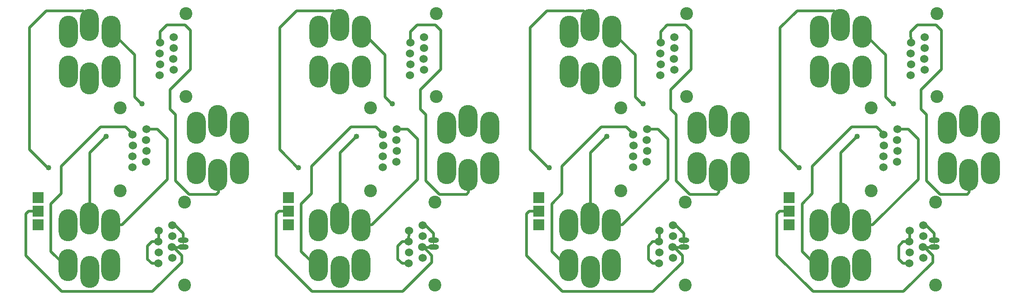
<source format=gbr>
%FSLAX23Y23*%
%MOIN*%
%ADD16O,0.07874X0.03937*%
%ADD19O,0.13780X0.23622*%
%ADD17R,0.01000X0.02000*%
%ADD14R,0.08000X0.08000*%
%ADD15C,0.01969*%
%ADD70C,0.04000*%
%ADD11C,0.06000*%
%ADD12C,0.09449*%
X000Y000D02*
D02*
D11*
X807Y1374D03*
X807Y1214D03*
X807Y1134D03*
X808Y1294D03*
X907Y1334D03*
X907Y1174D03*
X908Y1413D03*
X908Y1254D03*
X997Y586D03*
X997Y427D03*
X998Y666D03*
X998Y506D03*
X1007Y1971D03*
X1007Y1812D03*
X1008Y2051D03*
X1008Y1891D03*
X1097Y546D03*
X1098Y706D03*
X1098Y626D03*
X1098Y466D03*
X1107Y1931D03*
X1108Y2091D03*
X1108Y2011D03*
X1108Y1851D03*
X2647Y1374D03*
X2647Y1214D03*
X2647Y1134D03*
X2648Y1294D03*
X2747Y1334D03*
X2747Y1174D03*
X2748Y1413D03*
X2748Y1254D03*
X2837Y586D03*
X2837Y427D03*
X2838Y666D03*
X2838Y506D03*
X2847Y1971D03*
X2847Y1812D03*
X2848Y2051D03*
X2848Y1891D03*
X2937Y546D03*
X2938Y706D03*
X2938Y626D03*
X2938Y466D03*
X2947Y1931D03*
X2948Y2091D03*
X2948Y2011D03*
X2948Y1851D03*
X4487Y1374D03*
X4487Y1214D03*
X4487Y1134D03*
X4488Y1294D03*
X4587Y1334D03*
X4587Y1174D03*
X4588Y1413D03*
X4588Y1254D03*
X4677Y586D03*
X4677Y427D03*
X4678Y666D03*
X4678Y506D03*
X4687Y1971D03*
X4687Y1812D03*
X4688Y2051D03*
X4688Y1891D03*
X4777Y546D03*
X4778Y706D03*
X4778Y626D03*
X4778Y466D03*
X4787Y1931D03*
X4788Y2091D03*
X4788Y2011D03*
X4788Y1851D03*
X6327Y1374D03*
X6327Y1214D03*
X6327Y1134D03*
X6328Y1294D03*
X6427Y1334D03*
X6427Y1174D03*
X6428Y1413D03*
X6428Y1254D03*
X6517Y586D03*
X6517Y427D03*
X6518Y666D03*
X6518Y506D03*
X6527Y1971D03*
X6527Y1812D03*
X6528Y2051D03*
X6528Y1891D03*
X6617Y546D03*
X6618Y706D03*
X6618Y626D03*
X6618Y466D03*
X6627Y1931D03*
X6628Y2091D03*
X6628Y2011D03*
X6628Y1851D03*
D02*
D12*
X716Y961D03*
Y1571D03*
X1189Y269D03*
Y879D03*
X1199Y1654D03*
Y2264D03*
X2556Y961D03*
Y1571D03*
X3029Y269D03*
Y879D03*
X3039Y1654D03*
Y2264D03*
X4396Y961D03*
Y1571D03*
X4869Y269D03*
Y879D03*
X4879Y1654D03*
Y2264D03*
X6236Y961D03*
Y1571D03*
X6709Y269D03*
Y879D03*
X6719Y1654D03*
Y2264D03*
D02*
D14*
X113Y710D03*
Y910D03*
X113Y810D03*
X1952Y710D03*
Y910D03*
X1953Y810D03*
X3793Y710D03*
Y910D03*
X3793Y810D03*
X5633Y710D03*
Y910D03*
X5633Y810D03*
D02*
D15*
X113D02*
X043D01*
X022Y790*
Y485*
X287Y220*
X953*
X1168Y435*
Y485*
X1113Y540*
X1097Y546*
X490Y2182D02*
Y2237D01*
X443Y2285*
X172*
X048Y2160*
Y1265*
X188Y1125*
Y1130*
X613Y1360D02*
X492Y1240D01*
Y755*
X491Y757*
X807Y1374D02*
Y1375D01*
X813*
X757Y1431*
X573*
X282Y1140*
Y940*
X207Y865*
Y515*
X333Y390*
X332Y413*
X877Y1600D02*
X873D01*
X823Y1650*
Y1960*
X677Y2105*
X650Y2132*
X908Y1413D02*
X989D01*
X1063Y1340*
Y1045*
X728Y710*
X652*
X647Y708*
X997Y586D02*
X948D01*
X917Y555*
Y457*
X948Y427*
X997*
X997Y586D02*
Y585D01*
X998Y585*
X998Y666*
X1097Y546D02*
X1117D01*
X1117Y545*
X1173*
X1178Y550*
X1180Y547*
Y598D02*
Y647D01*
X1123Y705*
X1098Y706*
X1433Y1079D02*
X1438Y965D01*
Y950*
X1423Y935*
X1222*
X1123Y1035*
Y1520*
X1083Y1560*
Y1705*
X1232Y1855*
Y2140*
X1192Y2180*
X1058*
X1008Y2130*
X1008Y2051*
X1953Y810D02*
X1883D01*
X1863Y790*
Y485*
X2127Y220*
X2793*
X3007Y435*
Y485*
X2953Y540*
X2937Y546*
X2330Y2182D02*
Y2237D01*
X2283Y2285*
X2013*
X1888Y2160*
Y1265*
X2027Y1125*
Y1130*
X2453Y1360D02*
X2333Y1240D01*
Y755*
X2331Y757*
X2647Y1374D02*
Y1375D01*
X2652*
X2597Y1431*
X2413*
X2123Y1140*
Y940*
X2047Y865*
Y515*
X2172Y390*
X2172Y413*
X2717Y1600D02*
X2712D01*
X2663Y1650*
Y1960*
X2518Y2105*
X2490Y2132*
X2748Y1413D02*
X2829D01*
X2902Y1340*
Y1045*
X2567Y710*
X2493*
X2487Y708*
X2837Y586D02*
X2788D01*
X2757Y555*
Y457*
X2788Y427*
X2837*
X2837Y586D02*
Y585D01*
X2837Y585*
X2838Y666*
X2937Y546D02*
X2957D01*
X2958Y545*
X3013*
X3018Y550*
X3020Y547*
Y598D02*
Y647D01*
X2962Y705*
X2938Y706*
X3273Y1079D02*
X3277Y965D01*
Y950*
X3263Y935*
X3063*
X2962Y1035*
Y1520*
X2922Y1560*
Y1705*
X3072Y1855*
Y2140*
X3033Y2180*
X2898*
X2848Y2130*
X2848Y2051*
X3793Y810D02*
X3723D01*
X3703Y790*
Y485*
X3967Y220*
X4633*
X4848Y435*
Y485*
X4793Y540*
X4777Y546*
X4170Y2182D02*
Y2237D01*
X4122Y2285*
X3853*
X3728Y2160*
Y1265*
X3868Y1125*
Y1130*
X4293Y1360D02*
X4173Y1240D01*
Y755*
X4171Y757*
X4487Y1374D02*
Y1375D01*
X4492*
X4437Y1431*
X4253*
X3962Y1140*
Y940*
X3888Y865*
Y515*
X4013Y390*
X4012Y413*
X4558Y1600D02*
X4553D01*
X4503Y1650*
Y1960*
X4357Y2105*
X4330Y2132*
X4588Y1413D02*
X4669D01*
X4742Y1340*
Y1045*
X4407Y710*
X4332*
X4327Y708*
X4677Y586D02*
X4628D01*
X4598Y555*
Y457*
X4628Y427*
X4677*
X4677Y586D02*
Y585D01*
X4678Y585*
X4678Y666*
X4777Y546D02*
X4797D01*
X4798Y545*
X4853*
X4857Y550*
X4860Y547*
Y598D02*
Y647D01*
X4803Y705*
X4778Y706*
X5113Y1079D02*
X5117Y965D01*
Y950*
X5103Y935*
X4902*
X4803Y1035*
Y1520*
X4763Y1560*
Y1705*
X4912Y1855*
Y2140*
X4872Y2180*
X4737*
X4688Y2130*
X4688Y2051*
X5633Y810D02*
X5563D01*
X5543Y790*
Y485*
X5808Y220*
X6473*
X6688Y435*
Y485*
X6633Y540*
X6617Y546*
X6010Y2182D02*
Y2237D01*
X5963Y2285*
X5692*
X5567Y2160*
Y1265*
X5707Y1125*
Y1130*
X6133Y1360D02*
X6013Y1240D01*
Y755*
X6011Y757*
X6327Y1374D02*
Y1375D01*
X6332*
X6277Y1431*
X6093*
X5803Y1140*
Y940*
X5728Y865*
Y515*
X5853Y390*
X5852Y413*
X6398Y1600D02*
X6393D01*
X6343Y1650*
Y1960*
X6197Y2105*
X6170Y2132*
X6428Y1413D02*
X6509D01*
X6582Y1340*
Y1045*
X6247Y710*
X6173*
X6167Y708*
X6517Y586D02*
X6468D01*
X6438Y555*
Y457*
X6468Y427*
X6517*
X6517Y586D02*
Y585D01*
X6518Y585*
X6518Y666*
X6617Y546D02*
X6637D01*
X6638Y545*
X6692*
X6697Y550*
X6700Y547*
Y598D02*
Y647D01*
X6643Y705*
X6618Y706*
X6953Y1079D02*
X6957Y965D01*
Y950*
X6942Y935*
X6742*
X6643Y1035*
Y1520*
X6603Y1560*
Y1705*
X6753Y1855*
Y2140*
X6713Y2180*
X6577*
X6527Y2130*
X6528Y2051*
D02*
D16*
X1180Y547D03*
Y598D03*
X3020Y547D03*
Y598D03*
X4860Y547D03*
Y598D03*
X6700Y547D03*
Y598D03*
D02*
D17*
X1181Y572D03*
X3021D03*
X4861D03*
X6701D03*
D02*
D19*
X332Y413D03*
Y708D03*
X335Y2132D03*
X335Y1837D03*
X490Y2182D03*
X490Y1788D03*
X491Y757D03*
X492Y363D03*
X647Y708D03*
X647Y413D03*
X650Y1837D03*
Y2132D03*
X1277Y1423D03*
X1277Y1128D03*
X1432Y1473D03*
X1433Y1079D03*
X1592Y1128D03*
Y1423D03*
X2172Y413D03*
Y708D03*
X2175Y2132D03*
X2175Y1837D03*
X2330Y2182D03*
X2330Y1788D03*
X2331Y757D03*
X2332Y363D03*
X2487Y708D03*
X2487Y413D03*
X2490Y1837D03*
Y2132D03*
X3117Y1423D03*
X3117Y1128D03*
X3272Y1473D03*
X3273Y1079D03*
X3432Y1128D03*
Y1423D03*
X4012Y413D03*
Y708D03*
X4015Y2132D03*
X4015Y1837D03*
X4170Y2182D03*
X4170Y1788D03*
X4171Y757D03*
X4172Y363D03*
X4327Y708D03*
X4327Y413D03*
X4330Y1837D03*
Y2132D03*
X4957Y1423D03*
X4957Y1128D03*
X5112Y1473D03*
X5113Y1079D03*
X5272Y1128D03*
Y1423D03*
X5852Y413D03*
Y708D03*
X5855Y2132D03*
X5855Y1837D03*
X6010Y2182D03*
X6010Y1788D03*
X6011Y757D03*
X6012Y363D03*
X6167Y708D03*
X6167Y413D03*
X6170Y1837D03*
Y2132D03*
X6797Y1423D03*
X6797Y1128D03*
X6952Y1473D03*
X6953Y1079D03*
X7112Y1128D03*
Y1423D03*
D02*
D70*
X188Y1130D03*
X613Y1360D03*
X877Y1600D03*
X2027Y1130D03*
X2453Y1360D03*
X2717Y1600D03*
X3868Y1130D03*
X4293Y1360D03*
X4558Y1600D03*
X5707Y1130D03*
X6133Y1360D03*
X6398Y1600D03*
X000Y000D02*
M02*

</source>
